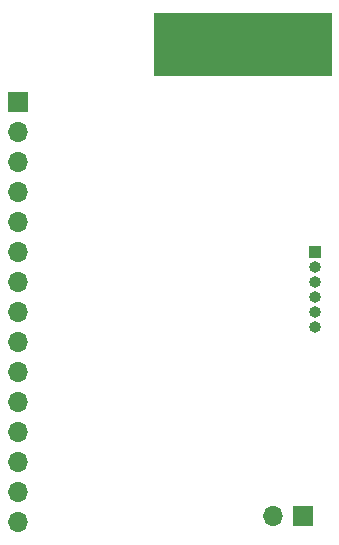
<source format=gbr>
%TF.GenerationSoftware,KiCad,Pcbnew,(6.0.0)*%
%TF.CreationDate,2022-02-12T21:43:18+08:00*%
%TF.ProjectId,esp8266,65737038-3236-4362-9e6b-696361645f70,rev?*%
%TF.SameCoordinates,Original*%
%TF.FileFunction,Soldermask,Bot*%
%TF.FilePolarity,Negative*%
%FSLAX46Y46*%
G04 Gerber Fmt 4.6, Leading zero omitted, Abs format (unit mm)*
G04 Created by KiCad (PCBNEW (6.0.0)) date 2022-02-12 21:43:18*
%MOMM*%
%LPD*%
G01*
G04 APERTURE LIST*
%ADD10C,0.120000*%
%ADD11R,1.700000X1.700000*%
%ADD12O,1.700000X1.700000*%
%ADD13R,1.000000X1.000000*%
%ADD14O,1.000000X1.000000*%
G04 APERTURE END LIST*
D10*
%TO.C,E1*%
X144841166Y-110976055D02*
X129841166Y-110976055D01*
X129841166Y-110976055D02*
X129841166Y-105776055D01*
X129841166Y-105776055D02*
X144841166Y-105776055D01*
X144841166Y-105776055D02*
X144841166Y-110976055D01*
G36*
X144841166Y-110976055D02*
G01*
X129841166Y-110976055D01*
X129841166Y-105776055D01*
X144841166Y-105776055D01*
X144841166Y-110976055D01*
G37*
X144841166Y-110976055D02*
X129841166Y-110976055D01*
X129841166Y-105776055D01*
X144841166Y-105776055D01*
X144841166Y-110976055D01*
%TD*%
D11*
%TO.C,J4*%
X118364000Y-113284000D03*
D12*
X118364000Y-115824000D03*
X118364000Y-118364000D03*
X118364000Y-120904000D03*
X118364000Y-123444000D03*
X118364000Y-125984000D03*
X118364000Y-128524000D03*
X118364000Y-131064000D03*
X118364000Y-133604000D03*
X118364000Y-136144000D03*
X118364000Y-138684000D03*
X118364000Y-141224000D03*
X118364000Y-143764000D03*
X118364000Y-146304000D03*
X118364000Y-148844000D03*
%TD*%
D13*
%TO.C,J2*%
X143510000Y-125984000D03*
D14*
X143510000Y-127254000D03*
X143510000Y-128524000D03*
X143510000Y-129794000D03*
X143510000Y-131064000D03*
X143510000Y-132334000D03*
%TD*%
D11*
%TO.C,J1*%
X142494000Y-148336000D03*
D12*
X139954000Y-148336000D03*
%TD*%
M02*

</source>
